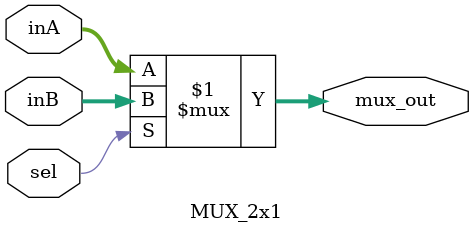
<source format=v>
`timescale 1ns / 1ps

module MUX_2x1(
 input sel,
 input [15:0]inA,inB,
 output [15:0]mux_out
    );
    
    assign mux_out = sel ? inB :inA;
    
endmodule

</source>
